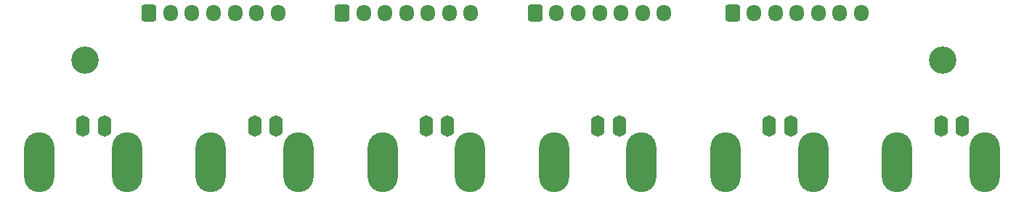
<source format=gbr>
%TF.GenerationSoftware,KiCad,Pcbnew,7.0.8*%
%TF.CreationDate,2024-02-11T23:31:29+01:00*%
%TF.ProjectId,BlankingRelay_Top1,426c616e-6b69-46e6-9752-656c61795f54,rev?*%
%TF.SameCoordinates,Original*%
%TF.FileFunction,Soldermask,Bot*%
%TF.FilePolarity,Negative*%
%FSLAX46Y46*%
G04 Gerber Fmt 4.6, Leading zero omitted, Abs format (unit mm)*
G04 Created by KiCad (PCBNEW 7.0.8) date 2024-02-11 23:31:29*
%MOMM*%
%LPD*%
G01*
G04 APERTURE LIST*
G04 Aperture macros list*
%AMRoundRect*
0 Rectangle with rounded corners*
0 $1 Rounding radius*
0 $2 $3 $4 $5 $6 $7 $8 $9 X,Y pos of 4 corners*
0 Add a 4 corners polygon primitive as box body*
4,1,4,$2,$3,$4,$5,$6,$7,$8,$9,$2,$3,0*
0 Add four circle primitives for the rounded corners*
1,1,$1+$1,$2,$3*
1,1,$1+$1,$4,$5*
1,1,$1+$1,$6,$7*
1,1,$1+$1,$8,$9*
0 Add four rect primitives between the rounded corners*
20,1,$1+$1,$2,$3,$4,$5,0*
20,1,$1+$1,$4,$5,$6,$7,0*
20,1,$1+$1,$6,$7,$8,$9,0*
20,1,$1+$1,$8,$9,$2,$3,0*%
G04 Aperture macros list end*
%ADD10O,1.700000X1.950000*%
%ADD11RoundRect,0.250000X-0.600000X-0.725000X0.600000X-0.725000X0.600000X0.725000X-0.600000X0.725000X0*%
%ADD12O,1.600200X2.499360*%
%ADD13O,3.500120X7.000240*%
%ADD14C,3.200000*%
G04 APERTURE END LIST*
D10*
%TO.C,J10*%
X150500000Y-59500000D03*
X148000000Y-59500000D03*
X145500000Y-59500000D03*
X143000000Y-59500000D03*
X140500000Y-59500000D03*
X138000000Y-59500000D03*
D11*
X135500000Y-59500000D03*
%TD*%
D10*
%TO.C,J9*%
X127500000Y-59500000D03*
X125000000Y-59500000D03*
X122500000Y-59500000D03*
X120000000Y-59500000D03*
X117500000Y-59500000D03*
X115000000Y-59500000D03*
D11*
X112500000Y-59500000D03*
%TD*%
%TO.C,J8*%
X90000000Y-59500000D03*
D10*
X92500000Y-59500000D03*
X95000000Y-59500000D03*
X97500000Y-59500000D03*
X100000000Y-59500000D03*
X102500000Y-59500000D03*
X105000000Y-59500000D03*
%TD*%
D11*
%TO.C,J1*%
X67500000Y-59500000D03*
D10*
X70000000Y-59500000D03*
X72500000Y-59500000D03*
X75000000Y-59500000D03*
X77500000Y-59500000D03*
X80000000Y-59500000D03*
X82500000Y-59500000D03*
%TD*%
D12*
%TO.C,J6*%
X142299360Y-72698740D03*
D13*
X144897780Y-76963400D03*
X134699680Y-76963400D03*
D12*
X139800000Y-72698740D03*
%TD*%
D13*
%TO.C,J7*%
X164897780Y-76963400D03*
D12*
X162299360Y-72698740D03*
D13*
X154699680Y-76963400D03*
D12*
X159800000Y-72698740D03*
%TD*%
D14*
%TO.C,REF\u002A\u002A*%
X60000000Y-65000000D03*
%TD*%
D12*
%TO.C,J5*%
X122299360Y-72698740D03*
D13*
X114699680Y-76963400D03*
X124897780Y-76963400D03*
D12*
X119800000Y-72698740D03*
%TD*%
D13*
%TO.C,J3*%
X74699680Y-76963400D03*
D12*
X82299360Y-72698740D03*
D13*
X84897780Y-76963400D03*
D12*
X79800000Y-72698740D03*
%TD*%
D14*
%TO.C,REF\u002A\u002A*%
X160000000Y-65000000D03*
%TD*%
D12*
%TO.C,J4*%
X102299360Y-72698740D03*
D13*
X94699680Y-76963400D03*
X104897780Y-76963400D03*
D12*
X99800000Y-72698740D03*
%TD*%
D13*
%TO.C,J2*%
X54699680Y-76963400D03*
X64897780Y-76963400D03*
D12*
X62299360Y-72698740D03*
X59800000Y-72698740D03*
%TD*%
M02*

</source>
